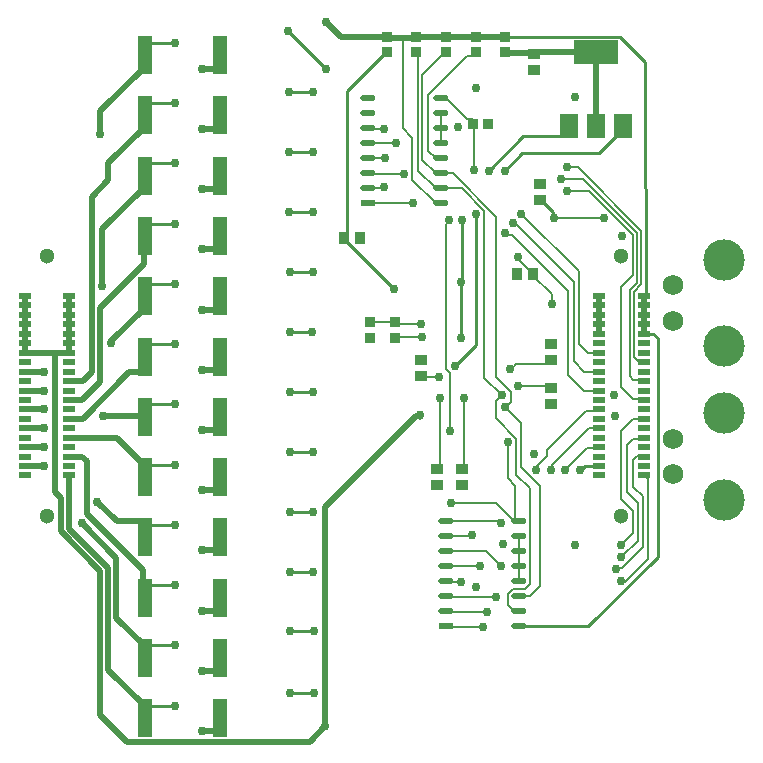
<source format=gbl>
%FSLAX23Y23*%
%MOIN*%
%SFA1B1*%

%IPPOS*%
%ADD16C,0.010000*%
%ADD17R,0.033470X0.037400*%
%ADD18R,0.037400X0.033470*%
%ADD24R,0.039370X0.035430*%
%ADD41C,0.008000*%
%ADD42C,0.020000*%
%ADD44C,0.051180*%
%ADD45C,0.137800*%
%ADD46C,0.068900*%
%ADD47C,0.030000*%
%ADD48R,0.149610X0.078740*%
%ADD49R,0.059060X0.078740*%
%ADD50O,0.051180X0.019680*%
%ADD51R,0.051180X0.019680*%
%ADD52R,0.035430X0.039370*%
%ADD53R,0.043310X0.019680*%
%ADD54R,0.049000X0.125000*%
%LNbms-1*%
%LPD*%
G54D16*
X2232Y708D02*
Y1437D01*
X2000Y477D02*
X2232Y708D01*
X2217Y1452D02*
X2232Y1437D01*
X2185Y1452D02*
X2217D01*
X522Y1819D02*
X624D01*
X522Y614D02*
X624D01*
X522Y2221D02*
X624D01*
X522Y1418D02*
X624D01*
X522Y210D02*
X525Y213D01*
X624*
X522Y414D02*
X624D01*
X2191Y1937D02*
Y2357D01*
X2105Y2443D02*
X2191Y2357D01*
X1723Y2441D02*
X1724Y2443D01*
X2191Y1937D02*
X2192Y1936D01*
X1724Y2443D02*
X2105D01*
X1577Y1624D02*
X1579Y1625D01*
X1577Y1624D02*
X1578Y1623D01*
X1005Y1659D02*
X1084D01*
X1353Y1603D02*
D01*
X1184Y1772D02*
X1353Y1603D01*
X1669Y1996D02*
X1783Y2110D01*
X1911*
X1579Y1831D02*
X1579Y1831D01*
X1578Y1437D02*
Y1623D01*
X1882Y1842D02*
X1885Y1838D01*
X1882Y1842D02*
Y1858D01*
X1973Y999D02*
X1978D01*
X1991Y1011*
X2035*
X1005Y1458D02*
X1080D01*
X1842Y1897D02*
X1882Y1858D01*
X1840Y1897D02*
X1842D01*
X1577Y1437D02*
X1578Y1437D01*
X1770Y477D02*
X2000D01*
X1557Y1346D02*
X1625Y1415D01*
Y1851*
X1579Y1625D02*
Y1831D01*
X2036Y2054D02*
X2117Y2134D01*
X1722Y1995D02*
X1781Y2054D01*
X2036*
X2117Y2134D02*
Y2144D01*
X1911Y2110D02*
X1936Y2134D01*
Y2144*
X2185Y1578D02*
X2187D01*
X2192Y1583D02*
Y1936D01*
X2187Y1578D02*
X2192Y1583D01*
X1184Y1772D02*
D01*
D01*
X1198Y1787D01*
Y2261*
X1327Y2390*
X1329*
X1000Y2460D02*
X1125Y2334D01*
X1005Y1259D02*
X1082D01*
X1007Y858D02*
X1082D01*
X1007Y460D02*
X1086D01*
X1003Y2259D02*
X1084D01*
X1003Y2059D02*
X1084D01*
X1003Y1858D02*
X1084D01*
X1007Y1059D02*
X1078D01*
X1007Y657D02*
X1082D01*
X522Y2422D02*
X624D01*
X522Y815D02*
X624D01*
X522Y1217D02*
X624D01*
X522Y1618D02*
X624D01*
X522Y2020D02*
X624D01*
X1007Y255D02*
X1086D01*
X540Y1016D02*
X624D01*
G54D17*
X1667Y2152D03*
X1616D03*
G54D18*
X1329Y2441D03*
Y2390D03*
X1428D03*
Y2441D03*
X1526Y2390D03*
Y2441D03*
X1625Y2390D03*
Y2441D03*
X1723D03*
Y2390D03*
X1273Y1491D03*
Y1439D03*
X1356Y1438D03*
Y1490D03*
G54D24*
X1821Y2332D03*
Y2385D03*
X1442Y1364D03*
Y1311D03*
X1498Y947D03*
Y1000D03*
X1581Y948D03*
Y1001D03*
X1875Y1218D03*
Y1271D03*
Y1418D03*
Y1365D03*
X1840Y1950D03*
Y1897D03*
G54D41*
X1509Y1937D02*
X1580D01*
X1494D02*
X1509D01*
X1806Y618D02*
Y937D01*
X1761Y982D02*
X1806Y937D01*
X1761Y982D02*
Y1103D01*
X1580Y1937D02*
X1654Y1863D01*
Y1306D02*
X1713Y1247D01*
X1654Y1306D02*
Y1863D01*
X1734Y547D02*
X1754Y527D01*
X1694Y1228D02*
X1713Y1247D01*
X1694Y1170D02*
Y1228D01*
Y1170D02*
X1761Y1103D01*
X1775Y1008D02*
X1839Y944D01*
Y610D02*
Y944D01*
X1825Y999D02*
Y1008D01*
X1775Y1008D02*
Y1155D01*
X1862Y1045D02*
Y1065D01*
X1825Y1008D02*
X1862Y1045D01*
X1789Y602D02*
X1806Y618D01*
X1734Y547D02*
Y585D01*
X1751Y602D02*
X1789D01*
X1734Y585D02*
X1751Y602D01*
X1754Y527D02*
X1770D01*
X2113Y672D02*
X2184Y742D01*
X2096Y672D02*
X2113D01*
X2092Y668D02*
X2096Y672D01*
X2151Y1236D02*
X2181D01*
X2185Y1232*
X2111Y1275D02*
X2151Y1236D01*
X2173Y1295D02*
X2181D01*
X2185*
X2151Y1298D02*
X2173D01*
X2181*
X2139Y1310D02*
X2151Y1298D01*
X2181D02*
X2185Y1295D01*
X1434Y1996D02*
X1494Y1937D01*
X1428Y2390D02*
X1434Y2384D01*
Y1996D02*
Y2384D01*
X1382Y2138D02*
X1414Y2106D01*
X1382Y2138D02*
Y2437D01*
X1414Y1966D02*
Y2106D01*
Y1966D02*
X1494Y1887D01*
X1448Y2314D02*
X1524Y2390D01*
X1448Y2032D02*
Y2314D01*
Y2032D02*
X1494Y1987D01*
X1467Y2248D02*
X1597Y2378D01*
X1467Y2063D02*
Y2248D01*
Y2063D02*
X1494Y2037D01*
X1597Y2378D02*
X1612D01*
X2153Y1375D02*
X2170Y1358D01*
X2185*
X2153Y1592D02*
X2177Y1617D01*
X2153Y1375D02*
Y1592D01*
X2177Y1617D02*
Y1795D01*
X2139Y1310D02*
Y1598D01*
X2163Y1622*
Y1789*
X1692Y576D02*
X1692Y575D01*
X1527Y576D02*
X1692D01*
X1806Y577D02*
X1839Y610D01*
X1770Y577D02*
X1806D01*
X1360Y2088D02*
X1361Y2089D01*
X1266Y2088D02*
X1360D01*
X1265Y2087D02*
X1266Y2088D01*
X1319Y1939D02*
X1320Y1940D01*
X1267Y1939D02*
X1319D01*
X1265Y1937D02*
X1267Y1939D01*
X1385Y1986D02*
X1385Y1986D01*
X1266Y1986D02*
X1385D01*
X1265Y1987D02*
X1266Y1986D01*
X1509Y1987D02*
X1550D01*
X1494D02*
X1509D01*
X1494Y1887D02*
X1509D01*
X1267Y2135D02*
X1321D01*
X1267Y2038D02*
X1323D01*
X1952Y1360D02*
Y1626D01*
X1757Y1821D02*
X1952Y1626D01*
X1749Y1821D02*
X1757D01*
X1934Y1314D02*
Y1594D01*
X1745Y1783D02*
X1934Y1594D01*
X1727Y1783D02*
X1745D01*
X1970Y1419D02*
X1999Y1389D01*
X2035*
X1952Y1360D02*
X1986Y1326D01*
X2035*
X1934Y1314D02*
X1985Y1263D01*
X2035*
X1526Y625D02*
X1577D01*
X1862Y1065D02*
X1993Y1196D01*
X2002Y1137D02*
X2035D01*
X1879Y1014D02*
X2002Y1137D01*
X1879Y1003D02*
Y1014D01*
X1993Y1196D02*
X2031D01*
X2035Y1200*
X1875Y999D02*
X1879Y1003D01*
X2151Y942D02*
X2184Y910D01*
Y742D02*
Y910D01*
X2130Y924D02*
X2166Y889D01*
Y763D02*
Y889D01*
X2114Y711D02*
X2166Y763D01*
X2149Y787D02*
Y862D01*
X2111Y749D02*
X2149Y787D01*
X2109Y903D02*
X2149Y862D01*
X2189Y980D02*
X2200Y969D01*
Y701D02*
Y969D01*
X2124Y625D02*
X2200Y701D01*
X2130Y1081D02*
X2151Y1102D01*
X2130Y924D02*
Y1081D01*
X2109Y1127D02*
X2151Y1169D01*
X2109Y903D02*
Y1127D01*
X2173Y1106D02*
X2185D01*
X2151Y942D02*
Y1033D01*
X2163Y1045*
X2183*
X2185Y1043*
X2111Y1275D02*
Y1609D01*
X2149Y1647*
X2151Y1102D02*
X2180D01*
X2185Y1106*
X2151Y1169D02*
X2185D01*
X1509Y2137D02*
Y2187D01*
Y2087D02*
Y2137D01*
X1431Y1309D02*
X1502D01*
X1770Y677D02*
Y727D01*
Y777*
Y627D02*
Y677D01*
X1970Y1419D02*
Y1661D01*
X1778Y1852D02*
X1970Y1661D01*
X1732Y972D02*
Y1091D01*
X1758Y832D02*
Y945D01*
X1732Y972D02*
X1758Y945D01*
X2149Y1647D02*
Y1783D01*
X1740Y1336D02*
X1746D01*
X1931Y2007D02*
X1965D01*
X1924Y999D02*
X1995Y1070D01*
X1608Y779D02*
X1612Y783D01*
X1881Y1550D02*
Y1584D01*
X1921Y1968D02*
X1984D01*
X1818Y1646D02*
Y1650D01*
X1765Y1703D02*
X1818Y1650D01*
Y1646D02*
X1881Y1584D01*
X1765Y1703D02*
Y1708D01*
X2031Y1070D02*
X2035Y1074D01*
X1995Y1070D02*
X2031D01*
X1265Y2037D02*
X1267Y2038D01*
X1885Y1838D02*
X2054D01*
X1615Y2167D02*
X1619Y2163D01*
X1540Y1128D02*
Y1322D01*
X1585Y1005D02*
Y1238D01*
X1528Y1818D02*
X1535Y1825D01*
X1528Y1334D02*
X1540Y1322D01*
X1535Y1825D02*
Y1831D01*
X1528Y1334D02*
Y1818D01*
X1550Y1987D02*
X1694Y1843D01*
Y1307D02*
Y1843D01*
X1595Y2167D02*
X1615D01*
X1525Y2237D02*
X1595Y2167D01*
X1509Y2237D02*
X1525D01*
X1619Y1997D02*
Y2163D01*
X1965Y2007D02*
X2177Y1795D01*
X1265Y2137D02*
X1267Y2135D01*
X1694Y1307D02*
X1736Y1265D01*
X1723Y1207D02*
X1742Y1226D01*
Y1259*
X1723Y1207D02*
X1775Y1155D01*
X1526Y577D02*
X1527Y576D01*
X1526Y727D02*
X1660D01*
X1710Y677*
X1736Y1265D02*
X1742Y1259D01*
X1736Y1265D02*
D01*
X1765Y1277D02*
X1870D01*
X1760Y1351D02*
X1862D01*
X1870Y1277D02*
X1875Y1271D01*
X1524Y2390D02*
X1526D01*
X1612Y2378D02*
X1625Y2390D01*
X1494Y2037D02*
X1509D01*
X1417Y1887D02*
X1417Y1887D01*
X1266Y1887D02*
X1417D01*
X1265Y1887D02*
X1266Y1887D01*
X1921Y1968D02*
X1921Y1968D01*
X1929Y1929D02*
X2004D01*
X2149Y1783*
X1746Y1336D02*
X1760Y1351D01*
X1862D02*
X1875Y1365D01*
X1984Y1968D02*
X2163Y1789D01*
X1723Y1787D02*
X1727Y1783D01*
X1358Y1492D02*
X1364Y1486D01*
X1274Y1490D02*
X1356D01*
X1364Y1486D02*
X1444D01*
X1355Y1443D02*
X1445D01*
X1751Y830D02*
X1767D01*
X1692Y889D02*
X1751Y830D01*
X1542Y889D02*
X1692D01*
X1767Y830D02*
X1770Y827D01*
X1751Y830D02*
X1756D01*
X1440Y1175D02*
Y1180D01*
X1756Y830D02*
X1758Y832D01*
X1581Y1001D02*
X1585Y1005D01*
X1505Y1007D02*
Y1238D01*
X1498Y1000D02*
X1505Y1007D01*
X1698Y827D02*
X1704Y820D01*
X1526Y827D02*
X1698D01*
X1663Y526D02*
X1663Y526D01*
X1526Y526D02*
X1663D01*
X1526Y527D02*
X1526Y526D01*
X1639Y677D02*
X1639Y678D01*
X1527Y677D02*
X1639D01*
X1526Y677D02*
X1527Y677D01*
X1577Y625D02*
X1578Y624D01*
X1528Y779D02*
X1608D01*
X1526Y777D02*
X1528Y779D01*
X1704Y820D02*
X1710D01*
X2112Y711D02*
X2114D01*
X1650Y476D02*
X1651Y475D01*
X1527Y476D02*
X1650D01*
X1526Y477D02*
X1527Y476D01*
X2185Y980D02*
X2189D01*
G54D42*
X1428Y2437D02*
X1432Y2441D01*
X1325D02*
X1329Y2437D01*
X1382D02*
X1428D01*
X1329D02*
X1382D01*
X1625Y2441D02*
X1717D01*
X1526D02*
X1625D01*
X1432D02*
X1526D01*
X2185Y1547D02*
Y1578D01*
Y1515D02*
Y1547D01*
Y1484D02*
Y1515D01*
Y1452D02*
Y1484D01*
X374Y1292D02*
Y1538D01*
X521Y1686*
Y1777*
X522Y1778*
X271Y801D02*
X401Y671D01*
X271Y801D02*
Y980D01*
X329Y853D02*
Y1027D01*
X313Y1043D02*
X329Y1027D01*
X271Y1043D02*
X313D01*
X1438Y1178D02*
X1440Y1175D01*
X242Y794D02*
Y905D01*
X222Y925D02*
X242Y905D01*
X222Y925D02*
Y1389D01*
X242Y794D02*
X373Y663D01*
X401Y331D02*
Y671D01*
X222Y1389D02*
X271D01*
X122D02*
X222D01*
X522Y2180D02*
Y2221D01*
Y2142D02*
Y2180D01*
X346Y1326D02*
Y1909D01*
X316Y1295D02*
X346Y1326D01*
X271Y1295D02*
X316D01*
X314Y1232D02*
X374Y1292D01*
X271Y1232D02*
X314D01*
X522Y1376D02*
Y1418D01*
Y1338D02*
Y1376D01*
X470Y1324D02*
X508D01*
X315Y1169D02*
X470Y1324D01*
X271Y1169D02*
X315D01*
X384Y1178D02*
X514D01*
X517Y1181*
X522Y1176*
X122Y1137D02*
X185D01*
X271Y1421D02*
Y1452D01*
X122Y1011D02*
X185D01*
X271Y1389D02*
Y1421D01*
X122Y1200D02*
X185D01*
X122Y1515D02*
Y1547D01*
Y1452D02*
Y1484D01*
X271Y1452D02*
Y1484D01*
Y1547D02*
Y1578D01*
X122Y1421D02*
Y1452D01*
Y1074D02*
X185D01*
X271Y1515D02*
Y1547D01*
X122Y1326D02*
X185D01*
X122Y1389D02*
Y1421D01*
Y1547D02*
Y1578D01*
X271Y1484D02*
Y1515D01*
X122Y1263D02*
X185D01*
X122Y1484D02*
Y1515D01*
X401Y331D02*
X522Y210D01*
X373Y182D02*
Y663D01*
X329Y853D02*
X516Y666D01*
Y616D02*
Y666D01*
X515Y614D02*
X516Y616D01*
X519Y414D02*
X522D01*
X427Y506D02*
X519Y414D01*
X312Y820D02*
X427Y706D01*
Y506D02*
Y706D01*
X373Y182D02*
X463Y92D01*
X1072*
X2035Y1547D02*
Y1578D01*
Y1515D02*
Y1547D01*
Y1484D02*
Y1515D01*
Y1452D02*
Y1484D01*
X1819Y2388D02*
X1821Y2390D01*
X1725Y2388D02*
X1819D01*
X409Y1421D02*
X411Y1423D01*
Y1428*
X1821Y2390D02*
X1961D01*
X2026Y2144D02*
Y2392D01*
X1177Y2441D02*
X1325D01*
X1723Y2390D02*
X1725Y2388D01*
X1128Y2490D02*
X1177Y2441D01*
X1426Y1178D02*
X1438D01*
X1124Y875D02*
X1426Y1178D01*
X1124Y144D02*
Y875D01*
X1072Y92D02*
X1124Y144D01*
X430Y827D02*
X511D01*
X364Y893D02*
X430Y827D01*
X346Y1909D02*
X401Y1964D01*
X522Y373D02*
Y411D01*
X713Y328D02*
X767D01*
X522Y2342D02*
Y2422D01*
X511Y827D02*
X522Y815D01*
Y774D02*
Y812D01*
X713Y1332D02*
X767D01*
X713Y1935D02*
X767D01*
X374Y2118D02*
Y2194D01*
X522Y2342*
X381Y1800D02*
X522Y1941D01*
Y1778D02*
Y1819D01*
X411Y1428D02*
X522Y1539D01*
X401Y2020D02*
X522Y2142D01*
X401Y1964D02*
Y2020D01*
X381Y1610D02*
Y1800D01*
X522Y1941D02*
Y2020D01*
X271Y1295D02*
X271Y1295D01*
X271Y1232D02*
X271Y1232D01*
X508Y1324D02*
X522Y1338D01*
X271Y1169D02*
X271Y1169D01*
X522Y998D02*
X540Y1016D01*
X522Y998D02*
Y1013D01*
Y975D02*
Y998D01*
X271Y1106D02*
X429D01*
X522Y1013*
X271Y1043D02*
X271Y1043D01*
X713Y2336D02*
X767D01*
X713Y2135D02*
X767D01*
X713Y1734D02*
X767D01*
X713Y1533D02*
X767D01*
X522Y1539D02*
Y1618D01*
X713Y1131D02*
X767D01*
X522Y1176D02*
Y1217D01*
X713Y931D02*
X767D01*
X713Y730D02*
X767D01*
X713Y529D02*
X767D01*
X522Y573D02*
Y614D01*
X713Y127D02*
X767D01*
G54D44*
X2110Y846D03*
Y1712D03*
X196Y846D03*
Y1712D03*
G54D45*
X2453Y1187D03*
Y899D03*
Y1698D03*
Y1411D03*
G54D46*
X2283Y984D03*
Y1102D03*
Y1496D03*
Y1614D03*
G54D47*
X1825Y999D03*
X1819Y1051D03*
X384Y1178D03*
X185Y1137D03*
Y1263D03*
Y1200D03*
Y1326D03*
Y1011D03*
Y1074D03*
X1692Y575D03*
X1385Y1986D03*
X1361Y2089D03*
X1321Y2135D03*
X1323Y2038D03*
X1320Y1940D03*
X1084Y1659D03*
X1765Y1708D03*
X1881Y1550D03*
X1973Y999D03*
X1924D03*
X1080Y1458D03*
X1005D03*
X2109Y709D03*
X2054Y1838D03*
X1885D03*
X1625Y607D03*
X1956Y748D03*
X1716Y750D03*
X1955Y2243D03*
X1626Y2272D03*
X1567Y2143D03*
X2112Y1779D03*
X2089Y1177D03*
X2088Y1248D03*
X1578Y1624D03*
X1540Y1128D03*
X1502Y1309D03*
X1557Y1346D03*
X1585Y1238D03*
X1577Y1437D03*
X1579Y1831D03*
X1535D03*
X1625Y1851D03*
X1722Y1995D03*
X1669Y1996D03*
X1619Y1997D03*
X1723Y1207D03*
X1875Y999D03*
X1710Y677D03*
X1713Y1247D03*
X1765Y1277D03*
X1740Y1336D03*
X1911Y1968D03*
X1417Y1887D03*
X1929Y2007D03*
Y1929D03*
X1353Y1603D03*
X1778Y1852D03*
X1723Y1787D03*
X1749Y1821D03*
X1444Y1486D03*
X1445Y1443D03*
X1542Y889D03*
X1440Y1180D03*
X1732Y1091D03*
X1505Y1238D03*
X1128Y2490D03*
X1578Y624D03*
X1612Y783D03*
X1639Y678D03*
X1663Y526D03*
X1710Y820D03*
X2092Y668D03*
X2111Y749D03*
X2110Y628D03*
X1651Y475D03*
X1124Y144D03*
X364Y893D03*
X312Y820D03*
X1125Y2334D03*
X1000Y2460D03*
X1082Y1259D03*
Y858D03*
X1084Y1858D03*
X1082Y657D03*
Y1059D03*
X1007Y858D03*
Y460D03*
X1084Y2259D03*
X1003D03*
X1084Y2059D03*
X1003D03*
Y1858D03*
X1005Y1659D03*
Y1259D03*
X1007Y1059D03*
Y657D03*
X1086Y460D03*
X624Y414D03*
X713Y328D03*
Y1332D03*
X1086Y255D03*
X1007D03*
X713Y1935D03*
X374Y2118D03*
X381Y1610D03*
X409Y1421D03*
X713Y2336D03*
X624Y2422D03*
X713Y2135D03*
X624Y2221D03*
Y2020D03*
X713Y1734D03*
X624Y1819D03*
X713Y1533D03*
X624Y1618D03*
Y1418D03*
X713Y1131D03*
X624Y1217D03*
X713Y931D03*
X624Y1016D03*
X713Y730D03*
X624Y815D03*
X713Y529D03*
X624Y614D03*
X713Y127D03*
X624Y213D03*
G54D48*
X2026Y2392D03*
G54D49*
X1936Y2144D03*
X2026D03*
X2117D03*
G54D50*
X1770Y827D03*
Y777D03*
Y727D03*
Y677D03*
Y627D03*
Y577D03*
Y527D03*
Y477D03*
X1526Y827D03*
Y777D03*
Y727D03*
Y677D03*
Y627D03*
Y577D03*
Y527D03*
X1509Y2237D03*
Y2187D03*
Y2137D03*
Y2087D03*
Y2037D03*
Y1987D03*
Y1937D03*
Y1887D03*
X1265Y2237D03*
Y2187D03*
Y2137D03*
Y2087D03*
Y2037D03*
Y1987D03*
Y1937D03*
G54D51*
X1526Y477D03*
X1265Y1887D03*
G54D52*
X1239Y1772D03*
X1186D03*
X1762Y1651D03*
X1815D03*
G54D53*
X2185Y980D03*
X2035D03*
X2185Y1011D03*
X2035D03*
X2185Y1043D03*
X2035D03*
X2185Y1074D03*
X2035D03*
X2185Y1106D03*
X2035D03*
X2185Y1137D03*
X2035D03*
X2185Y1169D03*
X2035D03*
X2185Y1200D03*
X2035D03*
X2185Y1232D03*
X2035D03*
X2185Y1263D03*
X2035D03*
X2185Y1295D03*
X2035D03*
X2185Y1326D03*
X2035D03*
X2185Y1358D03*
X2035D03*
X2185Y1389D03*
X2035D03*
X2185Y1421D03*
X2035D03*
X2185Y1452D03*
X2035D03*
X2185Y1484D03*
X2035D03*
X2185Y1515D03*
X2035D03*
X2185Y1547D03*
X2035D03*
X2185Y1578D03*
X2035D03*
X271Y980D03*
X122D03*
X271Y1011D03*
X122D03*
X271Y1043D03*
X122D03*
X271Y1074D03*
X122D03*
X271Y1106D03*
X122D03*
X271Y1137D03*
X122D03*
X271Y1169D03*
X122D03*
X271Y1200D03*
X122D03*
X271Y1232D03*
X122D03*
X271Y1263D03*
X122D03*
X271Y1295D03*
X122D03*
X271Y1326D03*
X122D03*
X271Y1358D03*
X122D03*
X271Y1389D03*
X122D03*
X271Y1421D03*
X122D03*
X271Y1452D03*
X122D03*
X271Y1484D03*
X122D03*
X271Y1515D03*
X122D03*
X271Y1547D03*
X122D03*
X271Y1578D03*
X122D03*
G54D54*
X522Y2380D03*
X773D03*
X522Y2180D03*
X773D03*
X522Y1979D03*
X773D03*
X522Y1778D03*
X773D03*
X522Y1577D03*
X773D03*
X522Y1376D03*
X773D03*
X522Y1176D03*
X773D03*
X522Y975D03*
X773D03*
X522Y774D03*
X773D03*
X522Y573D03*
X773D03*
X522Y373D03*
X773D03*
X522Y172D03*
X773D03*
M02*
</source>
